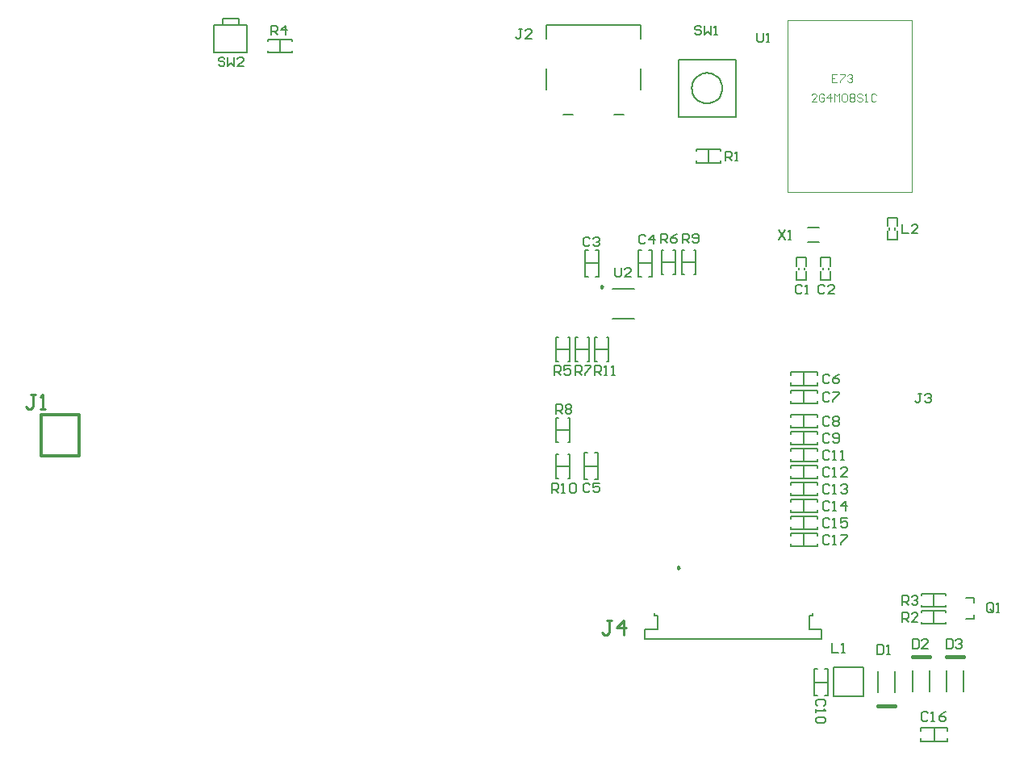
<source format=gto>
G04*
G04 #@! TF.GenerationSoftware,Altium Limited,Altium Designer,19.1.9 (167)*
G04*
G04 Layer_Color=65535*
%FSLAX25Y25*%
%MOIN*%
G70*
G01*
G75*
%ADD10C,0.00600*%
%ADD11C,0.00394*%
%ADD12C,0.00984*%
%ADD13C,0.00591*%
%ADD14C,0.00787*%
%ADD15C,0.00394*%
%ADD16C,0.01181*%
%ADD17C,0.01575*%
%ADD18C,0.01000*%
D10*
X288802Y281000D02*
X288725Y281986D01*
X288494Y282947D01*
X288115Y283861D01*
X287599Y284704D01*
X286956Y285456D01*
X286204Y286099D01*
X285361Y286615D01*
X284448Y286994D01*
X283486Y287225D01*
X282500Y287302D01*
X281514Y287225D01*
X280553Y286994D01*
X279639Y286615D01*
X278796Y286099D01*
X278044Y285456D01*
X277401Y284704D01*
X276885Y283861D01*
X276506Y282947D01*
X276275Y281986D01*
X276198Y281000D01*
X276275Y280014D01*
X276506Y279052D01*
X276885Y278139D01*
X277401Y277296D01*
X278044Y276544D01*
X278796Y275901D01*
X279639Y275385D01*
X280553Y275006D01*
X281514Y274775D01*
X282500Y274698D01*
X283486Y274775D01*
X284448Y275006D01*
X285361Y275385D01*
X286204Y275901D01*
X286956Y276544D01*
X287599Y277296D01*
X288115Y278139D01*
X288494Y279052D01*
X288725Y280014D01*
X288802Y281000D01*
X357031Y227626D02*
X360968D01*
X357031Y218374D02*
X360968D01*
Y223984D02*
Y227626D01*
Y218374D02*
Y222016D01*
X357031Y223984D02*
Y227626D01*
Y218374D02*
Y222016D01*
X270689Y292811D02*
X294311D01*
X270689Y269189D02*
Y292811D01*
Y269189D02*
X294311D01*
Y292811D01*
X333469Y207484D02*
Y211126D01*
Y201874D02*
Y205516D01*
X329532Y207484D02*
Y211126D01*
Y201874D02*
Y205516D01*
Y201874D02*
X333469D01*
X329532Y211126D02*
X333469D01*
X323468Y207484D02*
Y211126D01*
Y201874D02*
Y205516D01*
X319531Y207484D02*
Y211126D01*
Y201874D02*
Y205516D01*
Y201874D02*
X323468D01*
X319531Y211126D02*
X323468D01*
D11*
X347890Y43705D02*
D03*
D12*
X271161Y82882D02*
X270423Y83308D01*
Y82456D01*
X271161Y82882D01*
X239339Y198988D02*
X238600Y199414D01*
Y198562D01*
X239339Y198988D01*
D13*
X263744Y209000D02*
X269256D01*
X268500Y214000D02*
X269256D01*
Y204000D02*
Y214000D01*
X268500Y204000D02*
X269256D01*
X263744D02*
X264500D01*
X263744D02*
Y214000D01*
X264500D01*
X232244Y208661D02*
X237756D01*
X236575Y214173D02*
X237756D01*
Y203150D02*
Y214173D01*
X236575Y203150D02*
X237756D01*
X232244D02*
X233425D01*
X232244D02*
Y214173D01*
X233425D01*
X106000Y295744D02*
Y301256D01*
X111000Y295744D02*
Y296500D01*
X101000Y295744D02*
X111000D01*
X101000D02*
Y296500D01*
Y300500D02*
Y301256D01*
X111000D01*
Y300500D02*
Y301256D01*
X283000Y250244D02*
Y255756D01*
X278000Y255000D02*
Y255756D01*
X288000D01*
Y255000D02*
Y255756D01*
Y250244D02*
Y251000D01*
X278000Y250244D02*
X288000D01*
X278000D02*
Y251000D01*
X254244Y208661D02*
X259756D01*
X258575Y214173D02*
X259756D01*
Y203150D02*
Y214173D01*
X258575Y203150D02*
X259756D01*
X254244D02*
X255425D01*
X254244D02*
Y214173D01*
X255425D01*
X220244Y139862D02*
X225756D01*
X220244Y134862D02*
X221000D01*
X220244D02*
Y144862D01*
X221000D01*
X225000D02*
X225756D01*
Y134862D02*
Y144862D01*
X225000Y134862D02*
X225756D01*
X231744Y124862D02*
X237256D01*
X231744Y119350D02*
X232925D01*
X231744D02*
Y130374D01*
X232925D01*
X236075D02*
X237256D01*
Y119350D02*
Y130374D01*
X236075Y119350D02*
X237256D01*
X375941Y66744D02*
Y72256D01*
X370941Y71500D02*
Y72256D01*
X380941D01*
Y71500D02*
Y72256D01*
Y66744D02*
Y67500D01*
X370941Y66744D02*
X380941D01*
X370941D02*
Y67500D01*
X375941Y59744D02*
Y65256D01*
X380941Y59744D02*
Y60500D01*
X370941Y59744D02*
X380941D01*
X370941D02*
Y60500D01*
Y64500D02*
Y65256D01*
X380941D01*
Y64500D02*
Y65256D01*
X220244Y124862D02*
X225756D01*
X220244Y119862D02*
X221000D01*
X220244D02*
Y129862D01*
X221000D01*
X225000D02*
X225756D01*
Y119862D02*
Y129862D01*
X225000Y119862D02*
X225756D01*
X326744Y35500D02*
X332256D01*
X326744Y29988D02*
X327925D01*
X326744D02*
Y41012D01*
X327925D01*
X331075D02*
X332256D01*
Y29988D02*
Y41012D01*
X331075Y29988D02*
X332256D01*
X334898Y29728D02*
X347102D01*
Y41933D01*
X334898Y29728D02*
Y41933D01*
X347102D01*
X328012Y162575D02*
Y163756D01*
X316988D02*
X328012D01*
X316988Y162575D02*
Y163756D01*
Y158244D02*
Y159425D01*
Y158244D02*
X328012D01*
Y159425D01*
X322500Y158244D02*
Y163756D01*
X328012Y155075D02*
Y156256D01*
X316988D02*
X328012D01*
X316988Y155075D02*
Y156256D01*
Y150744D02*
Y151925D01*
Y150744D02*
X328012D01*
Y151925D01*
X322500Y150744D02*
Y156256D01*
X241000Y168000D02*
X241756D01*
Y178000D01*
X241000D02*
X241756D01*
X236244D02*
X237000D01*
X236244Y168000D02*
Y178000D01*
Y168000D02*
X237000D01*
X236244Y173000D02*
X241756D01*
X233000Y168000D02*
X233756D01*
Y178000D01*
X233000D02*
X233756D01*
X228244D02*
X229000D01*
X228244Y168000D02*
Y178000D01*
Y168000D02*
X229000D01*
X228244Y173000D02*
X233756D01*
X225000Y168000D02*
X225756D01*
Y178000D01*
X225000D02*
X225756D01*
X220244D02*
X221000D01*
X220244Y168000D02*
Y178000D01*
Y168000D02*
X221000D01*
X220244Y173000D02*
X225756D01*
X272244Y214000D02*
X273000D01*
X272244Y204000D02*
Y214000D01*
Y204000D02*
X273000D01*
X277000D02*
X277756D01*
Y214000D01*
X277000D02*
X277756D01*
X272244Y209000D02*
X277756D01*
X370831Y11244D02*
Y12425D01*
Y11244D02*
X381854D01*
Y12425D01*
Y15575D02*
Y16756D01*
X370831D02*
X381854D01*
X370831Y15575D02*
Y16756D01*
X376343Y11244D02*
Y16756D01*
X328012Y96075D02*
Y97256D01*
X316988D02*
X328012D01*
X316988Y96075D02*
Y97256D01*
Y91744D02*
Y92925D01*
Y91744D02*
X328012D01*
Y92925D01*
X322500Y91744D02*
Y97256D01*
X328012Y103075D02*
Y104256D01*
X316988D02*
X328012D01*
X316988Y103075D02*
Y104256D01*
Y98744D02*
Y99925D01*
Y98744D02*
X328012D01*
Y99925D01*
X322500Y98744D02*
Y104256D01*
X328012Y110075D02*
Y111256D01*
X316988D02*
X328012D01*
X316988Y110075D02*
Y111256D01*
Y105744D02*
Y106925D01*
Y105744D02*
X328012D01*
Y106925D01*
X322500Y105744D02*
Y111256D01*
X328012Y117075D02*
Y118256D01*
X316988D02*
X328012D01*
X316988Y117075D02*
Y118256D01*
Y112744D02*
Y113925D01*
Y112744D02*
X328012D01*
Y113925D01*
X322500Y112744D02*
Y118256D01*
X328012Y124075D02*
Y125256D01*
X316988D02*
X328012D01*
X316988Y124075D02*
Y125256D01*
Y119744D02*
Y120925D01*
Y119744D02*
X328012D01*
Y120925D01*
X322500Y119744D02*
Y125256D01*
X328012Y131075D02*
Y132256D01*
X316988D02*
X328012D01*
X316988Y131075D02*
Y132256D01*
Y126744D02*
Y127925D01*
Y126744D02*
X328012D01*
Y127925D01*
X322500Y126744D02*
Y132256D01*
X328012Y138075D02*
Y139256D01*
X316988D02*
X328012D01*
X316988Y138075D02*
Y139256D01*
Y133744D02*
Y134925D01*
Y133744D02*
X328012D01*
Y134925D01*
X322500Y133744D02*
Y139256D01*
X328012Y145075D02*
Y146256D01*
X316988D02*
X328012D01*
X316988Y145075D02*
Y146256D01*
Y140744D02*
Y141925D01*
Y140744D02*
X328012D01*
Y141925D01*
X322500Y140744D02*
Y146256D01*
X263500Y217000D02*
Y220936D01*
X265468D01*
X266124Y220280D01*
Y218968D01*
X265468Y218312D01*
X263500D01*
X264812D02*
X266124Y217000D01*
X270060Y220936D02*
X268748Y220280D01*
X267436Y218968D01*
Y217656D01*
X268092Y217000D01*
X269404D01*
X270060Y217656D01*
Y218312D01*
X269404Y218968D01*
X267436D01*
X234124Y218941D02*
X233468Y219597D01*
X232156D01*
X231500Y218941D01*
Y216317D01*
X232156Y215661D01*
X233468D01*
X234124Y216317D01*
X235436Y218941D02*
X236092Y219597D01*
X237404D01*
X238060Y218941D01*
Y218285D01*
X237404Y217629D01*
X236748D01*
X237404D01*
X238060Y216973D01*
Y216317D01*
X237404Y215661D01*
X236092D01*
X235436Y216317D01*
X363000Y224936D02*
Y221000D01*
X365624D01*
X369560D02*
X366936D01*
X369560Y223624D01*
Y224280D01*
X368904Y224936D01*
X367592D01*
X366936Y224280D01*
X303000Y303936D02*
Y300656D01*
X303656Y300000D01*
X304968D01*
X305624Y300656D01*
Y303936D01*
X306936Y300000D02*
X308248D01*
X307592D01*
Y303936D01*
X306936Y303280D01*
X280124Y306280D02*
X279468Y306936D01*
X278156D01*
X277500Y306280D01*
Y305624D01*
X278156Y304968D01*
X279468D01*
X280124Y304312D01*
Y303656D01*
X279468Y303000D01*
X278156D01*
X277500Y303656D01*
X281436Y306936D02*
Y303000D01*
X282748Y304312D01*
X284060Y303000D01*
Y306936D01*
X285371Y303000D02*
X286683D01*
X286027D01*
Y306936D01*
X285371Y306280D01*
X102500Y303000D02*
Y306936D01*
X104468D01*
X105124Y306280D01*
Y304968D01*
X104468Y304312D01*
X102500D01*
X103812D02*
X105124Y303000D01*
X108404D02*
Y306936D01*
X106436Y304968D01*
X109060D01*
X290000Y251000D02*
Y254936D01*
X291968D01*
X292624Y254280D01*
Y252968D01*
X291968Y252312D01*
X290000D01*
X291312D02*
X292624Y251000D01*
X293936D02*
X295248D01*
X294592D01*
Y254936D01*
X293936Y254280D01*
X257124Y219941D02*
X256468Y220597D01*
X255156D01*
X254500Y219941D01*
Y217317D01*
X255156Y216661D01*
X256468D01*
X257124Y217317D01*
X260404Y216661D02*
Y220597D01*
X258436Y218629D01*
X261060D01*
X371124Y154936D02*
X369812D01*
X370468D01*
Y151656D01*
X369812Y151000D01*
X369156D01*
X368500Y151656D01*
X372436Y154280D02*
X373092Y154936D01*
X374404D01*
X375060Y154280D01*
Y153624D01*
X374404Y152968D01*
X373748D01*
X374404D01*
X375060Y152312D01*
Y151656D01*
X374404Y151000D01*
X373092D01*
X372436Y151656D01*
X220000Y146500D02*
Y150436D01*
X221968D01*
X222624Y149780D01*
Y148468D01*
X221968Y147812D01*
X220000D01*
X221312D02*
X222624Y146500D01*
X223936Y149780D02*
X224592Y150436D01*
X225904D01*
X226560Y149780D01*
Y149124D01*
X225904Y148468D01*
X226560Y147812D01*
Y147156D01*
X225904Y146500D01*
X224592D01*
X223936Y147156D01*
Y147812D01*
X224592Y148468D01*
X223936Y149124D01*
Y149780D01*
X224592Y148468D02*
X225904D01*
X234124Y117280D02*
X233468Y117936D01*
X232156D01*
X231500Y117280D01*
Y114656D01*
X232156Y114000D01*
X233468D01*
X234124Y114656D01*
X238060Y117936D02*
X235436D01*
Y115968D01*
X236748Y116624D01*
X237404D01*
X238060Y115968D01*
Y114656D01*
X237404Y114000D01*
X236092D01*
X235436Y114656D01*
X400624Y65156D02*
Y67780D01*
X399968Y68436D01*
X398656D01*
X398000Y67780D01*
Y65156D01*
X398656Y64500D01*
X399968D01*
X399312Y65812D02*
X400624Y64500D01*
X399968D02*
X400624Y65156D01*
X401936Y64500D02*
X403248D01*
X402592D01*
Y68436D01*
X401936Y67780D01*
X363000Y67500D02*
Y71436D01*
X364968D01*
X365624Y70780D01*
Y69468D01*
X364968Y68812D01*
X363000D01*
X364312D02*
X365624Y67500D01*
X366936Y70780D02*
X367592Y71436D01*
X368904D01*
X369560Y70780D01*
Y70124D01*
X368904Y69468D01*
X368248D01*
X368904D01*
X369560Y68812D01*
Y68156D01*
X368904Y67500D01*
X367592D01*
X366936Y68156D01*
X363000Y60500D02*
Y64436D01*
X364968D01*
X365624Y63780D01*
Y62468D01*
X364968Y61812D01*
X363000D01*
X364312D02*
X365624Y60500D01*
X369560D02*
X366936D01*
X369560Y63124D01*
Y63780D01*
X368904Y64436D01*
X367592D01*
X366936Y63780D01*
X218500Y113862D02*
Y117798D01*
X220468D01*
X221124Y117142D01*
Y115830D01*
X220468Y115174D01*
X218500D01*
X219812D02*
X221124Y113862D01*
X222436D02*
X223748D01*
X223092D01*
Y117798D01*
X222436Y117142D01*
X225715D02*
X226372Y117798D01*
X227683D01*
X228339Y117142D01*
Y114518D01*
X227683Y113862D01*
X226372D01*
X225715Y114518D01*
Y117142D01*
X330780Y25876D02*
X331436Y26532D01*
Y27844D01*
X330780Y28500D01*
X328156D01*
X327500Y27844D01*
Y26532D01*
X328156Y25876D01*
X327500Y24564D02*
Y23252D01*
Y23908D01*
X331436D01*
X330780Y24564D01*
Y21284D02*
X331436Y20628D01*
Y19317D01*
X330780Y18661D01*
X328156D01*
X327500Y19317D01*
Y20628D01*
X328156Y21284D01*
X330780D01*
X334200Y51636D02*
Y47700D01*
X336824D01*
X338136D02*
X339448D01*
X338792D01*
Y51636D01*
X338136Y50980D01*
X312000Y222436D02*
X314624Y218500D01*
Y222436D02*
X312000Y218500D01*
X315936D02*
X317248D01*
X316592D01*
Y222436D01*
X315936Y221780D01*
X331124Y199280D02*
X330468Y199936D01*
X329156D01*
X328500Y199280D01*
Y196656D01*
X329156Y196000D01*
X330468D01*
X331124Y196656D01*
X335060Y196000D02*
X332436D01*
X335060Y198624D01*
Y199280D01*
X334404Y199936D01*
X333092D01*
X332436Y199280D01*
X321624D02*
X320968Y199936D01*
X319656D01*
X319000Y199280D01*
Y196656D01*
X319656Y196000D01*
X320968D01*
X321624Y196656D01*
X322936Y196000D02*
X324248D01*
X323592D01*
Y199936D01*
X322936Y199280D01*
X83254Y293280D02*
X82598Y293936D01*
X81286D01*
X80630Y293280D01*
Y292624D01*
X81286Y291968D01*
X82598D01*
X83254Y291312D01*
Y290656D01*
X82598Y290000D01*
X81286D01*
X80630Y290656D01*
X84566Y293936D02*
Y290000D01*
X85878Y291312D01*
X87190Y290000D01*
Y293936D01*
X91125Y290000D02*
X88501D01*
X91125Y292624D01*
Y293280D01*
X90469Y293936D01*
X89157D01*
X88501Y293280D01*
X244500Y206936D02*
Y203656D01*
X245156Y203000D01*
X246468D01*
X247124Y203656D01*
Y206936D01*
X251060Y203000D02*
X248436D01*
X251060Y205624D01*
Y206280D01*
X250404Y206936D01*
X249092D01*
X248436Y206280D01*
X236000Y162500D02*
Y166436D01*
X237968D01*
X238624Y165780D01*
Y164468D01*
X237968Y163812D01*
X236000D01*
X237312D02*
X238624Y162500D01*
X239936D02*
X241248D01*
X240592D01*
Y166436D01*
X239936Y165780D01*
X243215Y162500D02*
X244527D01*
X243871D01*
Y166436D01*
X243215Y165780D01*
X272500Y217000D02*
Y220936D01*
X274468D01*
X275124Y220280D01*
Y218968D01*
X274468Y218312D01*
X272500D01*
X273812D02*
X275124Y217000D01*
X276436Y217656D02*
X277092Y217000D01*
X278404D01*
X279060Y217656D01*
Y220280D01*
X278404Y220936D01*
X277092D01*
X276436Y220280D01*
Y219624D01*
X277092Y218968D01*
X279060D01*
X228000Y162500D02*
Y166436D01*
X229968D01*
X230624Y165780D01*
Y164468D01*
X229968Y163812D01*
X228000D01*
X229312D02*
X230624Y162500D01*
X231936Y166436D02*
X234560D01*
Y165780D01*
X231936Y163156D01*
Y162500D01*
X219500D02*
Y166436D01*
X221468D01*
X222124Y165780D01*
Y164468D01*
X221468Y163812D01*
X219500D01*
X220812D02*
X222124Y162500D01*
X226060Y166436D02*
X223436D01*
Y164468D01*
X224748Y165124D01*
X225404D01*
X226060Y164468D01*
Y163156D01*
X225404Y162500D01*
X224092D01*
X223436Y163156D01*
X206124Y305436D02*
X204812D01*
X205468D01*
Y302156D01*
X204812Y301500D01*
X204156D01*
X203500Y302156D01*
X210060Y301500D02*
X207436D01*
X210060Y304124D01*
Y304780D01*
X209404Y305436D01*
X208092D01*
X207436Y304780D01*
X381300Y53436D02*
Y49500D01*
X383268D01*
X383924Y50156D01*
Y52780D01*
X383268Y53436D01*
X381300D01*
X385236Y52780D02*
X385892Y53436D01*
X387204D01*
X387860Y52780D01*
Y52124D01*
X387204Y51468D01*
X386548D01*
X387204D01*
X387860Y50812D01*
Y50156D01*
X387204Y49500D01*
X385892D01*
X385236Y50156D01*
X367300Y53436D02*
Y49500D01*
X369268D01*
X369924Y50156D01*
Y52780D01*
X369268Y53436D01*
X367300D01*
X373860Y49500D02*
X371236D01*
X373860Y52124D01*
Y52780D01*
X373204Y53436D01*
X371892D01*
X371236Y52780D01*
X352800Y51136D02*
Y47200D01*
X354768D01*
X355424Y47856D01*
Y50480D01*
X354768Y51136D01*
X352800D01*
X356736Y47200D02*
X358048D01*
X357392D01*
Y51136D01*
X356736Y50480D01*
X373724Y22880D02*
X373068Y23536D01*
X371756D01*
X371100Y22880D01*
Y20256D01*
X371756Y19600D01*
X373068D01*
X373724Y20256D01*
X375036Y19600D02*
X376348D01*
X375692D01*
Y23536D01*
X375036Y22880D01*
X380939Y23536D02*
X379627Y22880D01*
X378315Y21568D01*
Y20256D01*
X378972Y19600D01*
X380283D01*
X380939Y20256D01*
Y20912D01*
X380283Y21568D01*
X378315D01*
X333124Y154780D02*
X332468Y155436D01*
X331156D01*
X330500Y154780D01*
Y152156D01*
X331156Y151500D01*
X332468D01*
X333124Y152156D01*
X334436Y155436D02*
X337060D01*
Y154780D01*
X334436Y152156D01*
Y151500D01*
X333124Y162280D02*
X332468Y162936D01*
X331156D01*
X330500Y162280D01*
Y159656D01*
X331156Y159000D01*
X332468D01*
X333124Y159656D01*
X337060Y162936D02*
X335748Y162280D01*
X334436Y160968D01*
Y159656D01*
X335092Y159000D01*
X336404D01*
X337060Y159656D01*
Y160312D01*
X336404Y160968D01*
X334436D01*
X333124Y95780D02*
X332468Y96436D01*
X331156D01*
X330500Y95780D01*
Y93156D01*
X331156Y92500D01*
X332468D01*
X333124Y93156D01*
X334436Y92500D02*
X335748D01*
X335092D01*
Y96436D01*
X334436Y95780D01*
X337716Y96436D02*
X340339D01*
Y95780D01*
X337716Y93156D01*
Y92500D01*
X333124Y102780D02*
X332468Y103436D01*
X331156D01*
X330500Y102780D01*
Y100156D01*
X331156Y99500D01*
X332468D01*
X333124Y100156D01*
X334436Y99500D02*
X335748D01*
X335092D01*
Y103436D01*
X334436Y102780D01*
X340339Y103436D02*
X337716D01*
Y101468D01*
X339027Y102124D01*
X339683D01*
X340339Y101468D01*
Y100156D01*
X339683Y99500D01*
X338371D01*
X337716Y100156D01*
X333124Y109780D02*
X332468Y110436D01*
X331156D01*
X330500Y109780D01*
Y107156D01*
X331156Y106500D01*
X332468D01*
X333124Y107156D01*
X334436Y106500D02*
X335748D01*
X335092D01*
Y110436D01*
X334436Y109780D01*
X339683Y106500D02*
Y110436D01*
X337716Y108468D01*
X340339D01*
X333124Y116780D02*
X332468Y117436D01*
X331156D01*
X330500Y116780D01*
Y114156D01*
X331156Y113500D01*
X332468D01*
X333124Y114156D01*
X334436Y113500D02*
X335748D01*
X335092D01*
Y117436D01*
X334436Y116780D01*
X337716D02*
X338371Y117436D01*
X339683D01*
X340339Y116780D01*
Y116124D01*
X339683Y115468D01*
X339027D01*
X339683D01*
X340339Y114812D01*
Y114156D01*
X339683Y113500D01*
X338371D01*
X337716Y114156D01*
X333124Y123780D02*
X332468Y124436D01*
X331156D01*
X330500Y123780D01*
Y121156D01*
X331156Y120500D01*
X332468D01*
X333124Y121156D01*
X334436Y120500D02*
X335748D01*
X335092D01*
Y124436D01*
X334436Y123780D01*
X340339Y120500D02*
X337716D01*
X340339Y123124D01*
Y123780D01*
X339683Y124436D01*
X338371D01*
X337716Y123780D01*
X333124Y130780D02*
X332468Y131436D01*
X331156D01*
X330500Y130780D01*
Y128156D01*
X331156Y127500D01*
X332468D01*
X333124Y128156D01*
X334436Y127500D02*
X335748D01*
X335092D01*
Y131436D01*
X334436Y130780D01*
X337716Y127500D02*
X339027D01*
X338371D01*
Y131436D01*
X337716Y130780D01*
X333124Y137780D02*
X332468Y138436D01*
X331156D01*
X330500Y137780D01*
Y135156D01*
X331156Y134500D01*
X332468D01*
X333124Y135156D01*
X334436D02*
X335092Y134500D01*
X336404D01*
X337060Y135156D01*
Y137780D01*
X336404Y138436D01*
X335092D01*
X334436Y137780D01*
Y137124D01*
X335092Y136468D01*
X337060D01*
X333124Y144780D02*
X332468Y145436D01*
X331156D01*
X330500Y144780D01*
Y142156D01*
X331156Y141500D01*
X332468D01*
X333124Y142156D01*
X334436Y144780D02*
X335092Y145436D01*
X336404D01*
X337060Y144780D01*
Y144124D01*
X336404Y143468D01*
X337060Y142812D01*
Y142156D01*
X336404Y141500D01*
X335092D01*
X334436Y142156D01*
Y142812D01*
X335092Y143468D01*
X334436Y144124D01*
Y144780D01*
X335092Y143468D02*
X336404D01*
D14*
X360181Y222606D02*
Y223394D01*
X357819Y222606D02*
Y223394D01*
X389276Y70331D02*
X392657D01*
Y61669D02*
Y63424D01*
Y68576D02*
Y70331D01*
X389276Y61669D02*
X392657D01*
X324138Y223453D02*
X328862D01*
X324138Y217547D02*
X328862D01*
X332681Y206106D02*
Y206894D01*
X330319Y206106D02*
Y206894D01*
X322681Y206106D02*
Y206894D01*
X320319Y206106D02*
Y206894D01*
X256693Y53553D02*
X329921D01*
X260630Y62999D02*
Y63984D01*
X256694Y57489D02*
X262008D01*
X260629Y62999D02*
X262008D01*
Y57489D02*
Y62999D01*
X256693Y53552D02*
Y57489D01*
Y53552D02*
X256694Y53552D01*
X329920D02*
X329921Y53552D01*
Y57489D01*
X324606Y57489D02*
Y62999D01*
X325986D01*
X324606Y57489D02*
X329921D01*
X325984Y62999D02*
Y63984D01*
X243472Y198102D02*
X252528D01*
X243472Y185898D02*
X252528D01*
X88976Y307209D02*
Y309768D01*
X82284Y307209D02*
Y309768D01*
X88976D01*
X78740Y295791D02*
X92520D01*
X78740Y307209D02*
X92520D01*
X78740Y295791D02*
Y307209D01*
X92520Y295791D02*
Y307209D01*
X255000Y301468D02*
Y306968D01*
X216000D02*
X255000D01*
X216000Y301468D02*
Y306968D01*
X244000Y269969D02*
X248000D01*
X223000D02*
X227000D01*
X255000Y280469D02*
Y288968D01*
X216000Y280469D02*
Y288968D01*
X360043Y31575D02*
Y40299D01*
X352957Y31575D02*
Y40299D01*
X381457Y31638D02*
Y40362D01*
X388543Y31638D02*
Y40362D01*
X367457Y31638D02*
Y40362D01*
X374543Y31638D02*
Y40362D01*
D15*
X315874Y309130D02*
X367055D01*
Y238264D02*
Y309130D01*
X315874Y238264D02*
X367055D01*
X315874D02*
Y309130D01*
X336209Y286712D02*
X334110D01*
Y283563D01*
X336209D01*
X334110Y285137D02*
X335160D01*
X337259Y286712D02*
X339358D01*
Y286187D01*
X337259Y284088D01*
Y283563D01*
X340407Y286187D02*
X340932Y286712D01*
X341982D01*
X342506Y286187D01*
Y285662D01*
X341982Y285137D01*
X341457D01*
X341982D01*
X342506Y284612D01*
Y284088D01*
X341982Y283563D01*
X340932D01*
X340407Y284088D01*
X327709Y275563D02*
X325610D01*
X327709Y277662D01*
Y278187D01*
X327184Y278712D01*
X326135D01*
X325610Y278187D01*
X330858D02*
X330333Y278712D01*
X329283D01*
X328759Y278187D01*
Y276088D01*
X329283Y275563D01*
X330333D01*
X330858Y276088D01*
Y277137D01*
X329808D01*
X333482Y275563D02*
Y278712D01*
X331907Y277137D01*
X334006D01*
X335056Y275563D02*
Y278712D01*
X336105Y277662D01*
X337155Y278712D01*
Y275563D01*
X338204Y278187D02*
X338729Y278712D01*
X339779D01*
X340303Y278187D01*
Y276088D01*
X339779Y275563D01*
X338729D01*
X338204Y276088D01*
Y278187D01*
X341353D02*
X341878Y278712D01*
X342927D01*
X343452Y278187D01*
Y277662D01*
X342927Y277137D01*
X343452Y276612D01*
Y276088D01*
X342927Y275563D01*
X341878D01*
X341353Y276088D01*
Y276612D01*
X341878Y277137D01*
X341353Y277662D01*
Y278187D01*
X341878Y277137D02*
X342927D01*
X346601Y278187D02*
X346076Y278712D01*
X345026D01*
X344502Y278187D01*
Y277662D01*
X345026Y277137D01*
X346076D01*
X346601Y276612D01*
Y276088D01*
X346076Y275563D01*
X345026D01*
X344502Y276088D01*
X347650Y275563D02*
X348700D01*
X348175D01*
Y278712D01*
X347650Y278187D01*
X352373D02*
X351848Y278712D01*
X350799D01*
X350274Y278187D01*
Y276088D01*
X350799Y275563D01*
X351848D01*
X352373Y276088D01*
D16*
X7394Y145976D02*
X23142D01*
X7394Y129244D02*
Y145976D01*
Y129244D02*
X23142D01*
Y145976D01*
D17*
X352957Y25799D02*
X360043D01*
X381457Y46138D02*
X388543D01*
X367457D02*
X374543D01*
D18*
X4999Y154498D02*
X2999D01*
X3999D01*
Y149500D01*
X2999Y148500D01*
X2000D01*
X1000Y149500D01*
X6998Y148500D02*
X8997D01*
X7998D01*
Y154498D01*
X6998Y153498D01*
X242999Y60998D02*
X240999D01*
X241999D01*
Y56000D01*
X240999Y55000D01*
X240000D01*
X239000Y56000D01*
X247997Y55000D02*
Y60998D01*
X244998Y57999D01*
X248997D01*
M02*

</source>
